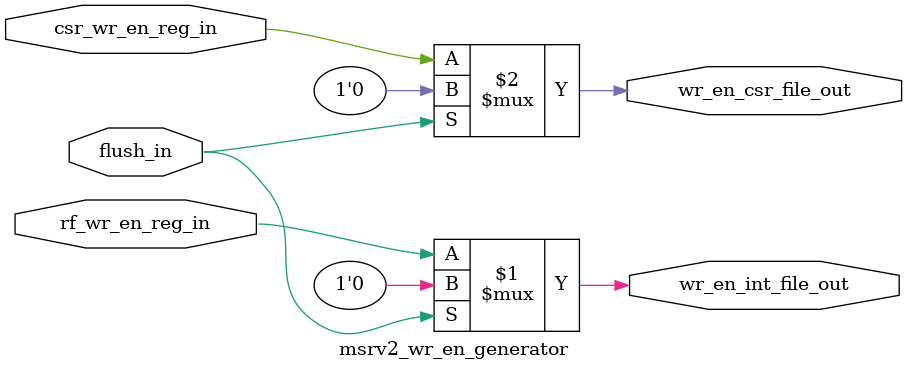
<source format=v>
`timescale 1ns / 1ps


module msrv2_wr_en_generator(flush_in, rf_wr_en_reg_in, csr_wr_en_reg_in, wr_en_int_file_out, wr_en_csr_file_out);
input flush_in;
input rf_wr_en_reg_in;
input csr_wr_en_reg_in;

output wr_en_int_file_out;
output wr_en_csr_file_out;


assign wr_en_int_file_out = (flush_in) ? 1'b0:rf_wr_en_reg_in;
assign  wr_en_csr_file_out = (flush_in) ? 1'b0:csr_wr_en_reg_in;
endmodule

</source>
